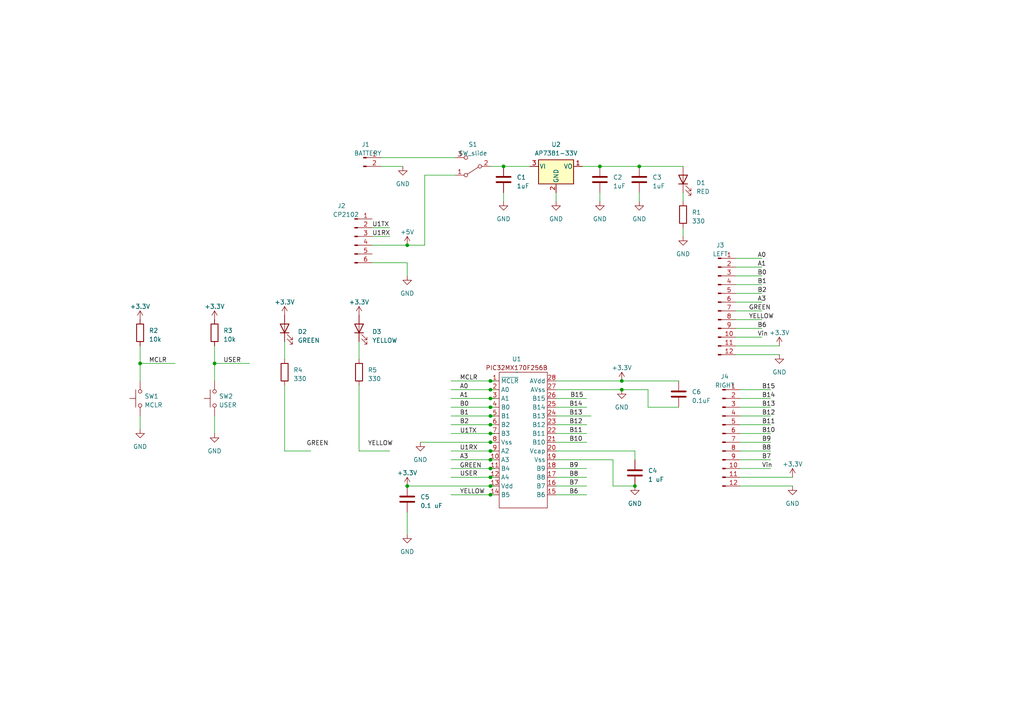
<source format=kicad_sch>
(kicad_sch (version 20230121) (generator eeschema)
  (paper "A4")
  (lib_symbols
    (symbol "Connector:Conn_01x02_Pin" (pin_names (offset 1.016) hide)
      (property "Reference" "J" (at 0 2.54 0))
      (property "Value" "Conn_01x02_Pin" (at 0 -5.08 0))
      (symbol "Conn_01x02_Pin_1_1"
        (polyline (pts (xy 1.27 -2.54) (xy 0.8636 -2.54)) (stroke (width 0.1524)))
        (polyline (pts (xy 1.27 0) (xy 0.8636 0)) (stroke (width 0.1524)))
        (rectangle (start 0.8636 -2.413) (end 0 -2.667) (stroke (width 0.1524)) (fill (type outline)))
        (rectangle (start 0.8636 0.127) (end 0 -0.127) (stroke (width 0.1524)) (fill (type outline)))
        (pin passive line (at 5.08 0 180) (length 3.81) (name "Pin_1") (number "1"))
        (pin passive line (at 5.08 -2.54 180) (length 3.81) (name "Pin_2") (number "2"))
      )
    )
    (symbol "Connector:Conn_01x06_Pin" (pin_names (offset 1.016) hide)
      (property "Reference" "J" (at 0 7.62 0))
      (property "Value" "Conn_01x06_Pin" (at 0 -10.16 0))
      (symbol "Conn_01x06_Pin_1_1"
        (polyline (pts (xy 1.27 -7.62) (xy 0.8636 -7.62)) (stroke (width 0.1524)))
        (polyline (pts (xy 1.27 -5.08) (xy 0.8636 -5.08)) (stroke (width 0.1524)))
        (polyline (pts (xy 1.27 -2.54) (xy 0.8636 -2.54)) (stroke (width 0.1524)))
        (polyline (pts (xy 1.27 0) (xy 0.8636 0)) (stroke (width 0.1524)))
        (polyline (pts (xy 1.27 2.54) (xy 0.8636 2.54)) (stroke (width 0.1524)))
        (polyline (pts (xy 1.27 5.08) (xy 0.8636 5.08)) (stroke (width 0.1524)))
        (rectangle (start 0.8636 -7.493) (end 0 -7.747) (stroke (width 0.1524)) (fill (type outline)))
        (rectangle (start 0.8636 -4.953) (end 0 -5.207) (stroke (width 0.1524)) (fill (type outline)))
        (rectangle (start 0.8636 -2.413) (end 0 -2.667) (stroke (width 0.1524)) (fill (type outline)))
        (rectangle (start 0.8636 0.127) (end 0 -0.127) (stroke (width 0.1524)) (fill (type outline)))
        (rectangle (start 0.8636 2.667) (end 0 2.413) (stroke (width 0.1524)) (fill (type outline)))
        (rectangle (start 0.8636 5.207) (end 0 4.953) (stroke (width 0.1524)) (fill (type outline)))
        (pin passive line (at 5.08 5.08 180) (length 3.81) (name "Pin_1") (number "1"))
        (pin passive line (at 5.08 2.54 180) (length 3.81) (name "Pin_2") (number "2"))
        (pin passive line (at 5.08 0 180) (length 3.81) (name "Pin_3") (number "3"))
        (pin passive line (at 5.08 -2.54 180) (length 3.81) (name "Pin_4") (number "4"))
        (pin passive line (at 5.08 -5.08 180) (length 3.81) (name "Pin_5") (number "5"))
        (pin passive line (at 5.08 -7.62 180) (length 3.81) (name "Pin_6") (number "6"))
      )
    )
    (symbol "Connector:Conn_01x12_Pin" (pin_names (offset 1.016) hide)
      (property "Reference" "J" (at 0 15.24 0))
      (property "Value" "Conn_01x12_Pin" (at 0 -17.78 0))
      (symbol "Conn_01x12_Pin_1_1"
        (polyline (pts (xy 1.27 -15.24) (xy 0.8636 -15.24)) (stroke (width 0.1524)))
        (polyline (pts (xy 1.27 -12.7) (xy 0.8636 -12.7)) (stroke (width 0.1524)))
        (polyline (pts (xy 1.27 -10.16) (xy 0.8636 -10.16)) (stroke (width 0.1524)))
        (polyline (pts (xy 1.27 -7.62) (xy 0.8636 -7.62)) (stroke (width 0.1524)))
        (polyline (pts (xy 1.27 -5.08) (xy 0.8636 -5.08)) (stroke (width 0.1524)))
        (polyline (pts (xy 1.27 -2.54) (xy 0.8636 -2.54)) (stroke (width 0.1524)))
        (polyline (pts (xy 1.27 0) (xy 0.8636 0)) (stroke (width 0.1524)))
        (polyline (pts (xy 1.27 2.54) (xy 0.8636 2.54)) (stroke (width 0.1524)))
        (polyline (pts (xy 1.27 5.08) (xy 0.8636 5.08)) (stroke (width 0.1524)))
        (polyline (pts (xy 1.27 7.62) (xy 0.8636 7.62)) (stroke (width 0.1524)))
        (polyline (pts (xy 1.27 10.16) (xy 0.8636 10.16)) (stroke (width 0.1524)))
        (polyline (pts (xy 1.27 12.7) (xy 0.8636 12.7)) (stroke (width 0.1524)))
        (rectangle (start 0.8636 -15.113) (end 0 -15.367) (stroke (width 0.1524)) (fill (type outline)))
        (rectangle (start 0.8636 -12.573) (end 0 -12.827) (stroke (width 0.1524)) (fill (type outline)))
        (rectangle (start 0.8636 -10.033) (end 0 -10.287) (stroke (width 0.1524)) (fill (type outline)))
        (rectangle (start 0.8636 -7.493) (end 0 -7.747) (stroke (width 0.1524)) (fill (type outline)))
        (rectangle (start 0.8636 -4.953) (end 0 -5.207) (stroke (width 0.1524)) (fill (type outline)))
        (rectangle (start 0.8636 -2.413) (end 0 -2.667) (stroke (width 0.1524)) (fill (type outline)))
        (rectangle (start 0.8636 0.127) (end 0 -0.127) (stroke (width 0.1524)) (fill (type outline)))
        (rectangle (start 0.8636 2.667) (end 0 2.413) (stroke (width 0.1524)) (fill (type outline)))
        (rectangle (start 0.8636 5.207) (end 0 4.953) (stroke (width 0.1524)) (fill (type outline)))
        (rectangle (start 0.8636 7.747) (end 0 7.493) (stroke (width 0.1524)) (fill (type outline)))
        (rectangle (start 0.8636 10.287) (end 0 10.033) (stroke (width 0.1524)) (fill (type outline)))
        (rectangle (start 0.8636 12.827) (end 0 12.573) (stroke (width 0.1524)) (fill (type outline)))
        (pin passive line (at 5.08 12.7 180) (length 3.81) (name "Pin_1") (number "1"))
        (pin passive line (at 5.08 -10.16 180) (length 3.81) (name "Pin_10") (number "10"))
        (pin passive line (at 5.08 -12.7 180) (length 3.81) (name "Pin_11") (number "11"))
        (pin passive line (at 5.08 -15.24 180) (length 3.81) (name "Pin_12") (number "12"))
        (pin passive line (at 5.08 10.16 180) (length 3.81) (name "Pin_2") (number "2"))
        (pin passive line (at 5.08 7.62 180) (length 3.81) (name "Pin_3") (number "3"))
        (pin passive line (at 5.08 5.08 180) (length 3.81) (name "Pin_4") (number "4"))
        (pin passive line (at 5.08 2.54 180) (length 3.81) (name "Pin_5") (number "5"))
        (pin passive line (at 5.08 0 180) (length 3.81) (name "Pin_6") (number "6"))
        (pin passive line (at 5.08 -2.54 180) (length 3.81) (name "Pin_7") (number "7"))
        (pin passive line (at 5.08 -5.08 180) (length 3.81) (name "Pin_8") (number "8"))
        (pin passive line (at 5.08 -7.62 180) (length 3.81) (name "Pin_9") (number "9"))
      )
    )
    (symbol "HW4:+3.3V" (power) (pin_names (offset 0))
      (property "Value" "+3.3V" (at 0 3.556 0))
      (symbol "+3.3V_0_1"
        (polyline (pts (xy -0.762 1.27) (xy 0 2.54)))
        (polyline (pts (xy 0 0) (xy 0 2.54)))
        (polyline (pts (xy 0 2.54) (xy 0.762 1.27)))
      )
      (symbol "+3.3V_1_1"
        (pin power_in line (at 0 0 90) (length 0) hide (name "+3.3V") (number "1"))
      )
    )
    (symbol "HW4:AP7384-33V" (pin_names (offset 0.254))
      (property "Reference" "U" (at -3.81 3.175 0))
      (property "Value" "AP7384-33V" (at 0 3.175 0))
      (symbol "AP7384-33V_0_1"
        (rectangle (start -5.08 1.905) (end 5.08 -5.08) (stroke (width 0.254)) (fill (type background)))
      )
      (symbol "AP7384-33V_1_1"
        (pin power_out line (at 7.62 0 180) (length 2.54) (name "VO") (number "1"))
        (pin power_in line (at 0 -7.62 90) (length 2.54) (name "GND") (number "2"))
        (pin power_in line (at -7.62 0 0) (length 2.54) (name "VI") (number "3"))
      )
    )
    (symbol "HW4:C" (pin_numbers hide) (pin_names (offset 0.254))
      (property "Reference" "C" (at 0.635 2.54 0))
      (property "Value" "C" (at 0.635 -2.54 0))
      (symbol "C_0_1"
        (polyline (pts (xy -2.032 -0.762) (xy 2.032 -0.762)) (stroke (width 0.508)))
        (polyline (pts (xy -2.032 0.762) (xy 2.032 0.762)) (stroke (width 0.508)))
      )
      (symbol "C_1_1"
        (pin passive line (at 0 3.81 270) (length 2.794) (name "~") (number "1"))
        (pin passive line (at 0 -3.81 90) (length 2.794) (name "~") (number "2"))
      )
    )
    (symbol "HW4:GND" (power) (pin_names (offset 0))
      (property "Value" "GND" (at 0 -3.81 0))
      (symbol "GND_0_1"
        (polyline (pts (xy 0 0) (xy 0 -1.27) (xy 1.27 -1.27) (xy 0 -2.54) (xy -1.27 -1.27) (xy 0 -1.27)))
      )
      (symbol "GND_1_1"
        (pin power_in line (at 0 0 270) (length 0) hide (name "GND") (number "1"))
      )
    )
    (symbol "HW4:LED" (pin_numbers hide) (pin_names (offset 1.016) hide)
      (property "Reference" "D" (at 0 2.54 0))
      (property "Value" "LED" (at 0 -2.54 0))
      (symbol "LED_0_1"
        (polyline (pts (xy -1.27 -1.27) (xy -1.27 1.27)) (stroke (width 0.254)))
        (polyline (pts (xy -1.27 0) (xy 1.27 0)))
        (polyline (pts (xy 1.27 -1.27) (xy 1.27 1.27) (xy -1.27 0) (xy 1.27 -1.27)) (stroke (width 0.254)))
        (polyline (pts (xy -3.048 -0.762) (xy -4.572 -2.286) (xy -3.81 -2.286) (xy -4.572 -2.286) (xy -4.572 -1.524)))
        (polyline (pts (xy -1.778 -0.762) (xy -3.302 -2.286) (xy -2.54 -2.286) (xy -3.302 -2.286) (xy -3.302 -1.524)))
      )
      (symbol "LED_1_1"
        (pin passive line (at -3.81 0 0) (length 2.54) (name "K") (number "1"))
        (pin passive line (at 3.81 0 180) (length 2.54) (name "A") (number "2"))
      )
    )
    (symbol "HW4:PIC32"
      (property "Reference" "U1" (at 0 3.81 0))
      (symbol "PIC32_1_1"
        (rectangle (start -5.08 0) (end 8.89 -39.37))
        (text "PIC32MX170F256B\n" (at 0 1.27 0) (effects (font (size 1.27 1.27))))
        (pin input line (at -7.62 -2.54 0) (length 2.54) (name "~{MCLR}") (number "1"))
        (pin input line (at -7.62 -25.4 0) (length 2.54) (name "A3") (number "10"))
        (pin input line (at -7.62 -27.94 0) (length 2.54) (name "B4") (number "11"))
        (pin input line (at -7.62 -30.48 0) (length 2.54) (name "A4") (number "12"))
        (pin input line (at -7.62 -33.02 0) (length 2.54) (name "Vdd") (number "13"))
        (pin input line (at -7.62 -35.56 0) (length 2.54) (name "B5") (number "14"))
        (pin input line (at 11.43 -35.56 180) (length 2.54) (name "B6") (number "15"))
        (pin input line (at 11.43 -33.02 180) (length 2.54) (name "B7") (number "16"))
        (pin input line (at 11.43 -30.48 180) (length 2.54) (name "B8") (number "17"))
        (pin input line (at 11.43 -27.94 180) (length 2.54) (name "B9") (number "18"))
        (pin input line (at 11.43 -25.4 180) (length 2.54) (name "Vss") (number "19"))
        (pin input line (at -7.62 -5.08 0) (length 2.54) (name "A0") (number "2"))
        (pin input line (at 11.43 -22.86 180) (length 2.54) (name "Vcap") (number "20"))
        (pin input line (at 11.43 -20.32 180) (length 2.54) (name "B10") (number "21"))
        (pin input line (at 11.43 -17.78 180) (length 2.54) (name "B11") (number "22"))
        (pin input line (at 11.43 -15.24 180) (length 2.54) (name "B12") (number "23"))
        (pin input line (at 11.43 -12.7 180) (length 2.54) (name "B13") (number "24"))
        (pin input line (at 11.43 -10.16 180) (length 2.54) (name "B14") (number "25"))
        (pin input line (at 11.43 -7.62 180) (length 2.54) (name "B15") (number "26"))
        (pin input line (at 11.43 -5.08 180) (length 2.54) (name "AVss") (number "27"))
        (pin input line (at 11.43 -2.54 180) (length 2.54) (name "AVdd") (number "28"))
        (pin input line (at -7.62 -7.62 0) (length 2.54) (name "A1") (number "3"))
        (pin input line (at -7.62 -10.16 0) (length 2.54) (name "B0") (number "4"))
        (pin input line (at -7.62 -12.7 0) (length 2.54) (name "B1") (number "5"))
        (pin input line (at -7.62 -15.24 0) (length 2.54) (name "B2") (number "6"))
        (pin input line (at -7.62 -17.78 0) (length 2.54) (name "B3") (number "7"))
        (pin input line (at -7.62 -20.32 0) (length 2.54) (name "Vss") (number "8"))
        (pin input line (at -7.62 -22.86 0) (length 2.54) (name "A2") (number "9"))
      )
    )
    (symbol "HW4:R" (pin_numbers hide) (pin_names (offset 0))
      (property "Reference" "R" (at 2.032 0 90))
      (property "Value" "R" (at 0 0 90))
      (symbol "R_0_1"
        (rectangle (start -1.016 -2.54) (end 1.016 2.54) (stroke (width 0.254)))
      )
      (symbol "R_1_1"
        (pin passive line (at 0 3.81 270) (length 1.27) (name "~") (number "1"))
        (pin passive line (at 0 -3.81 90) (length 1.27) (name "~") (number "2"))
      )
    )
    (symbol "Switch:SW_Push" (pin_numbers hide) (pin_names (offset 1.016) hide)
      (property "Reference" "SW" (at 1.27 2.54 0))
      (property "Value" "SW_Push" (at 0 -1.524 0))
      (symbol "SW_Push_0_1"
        (circle (center -2.032 0) (radius 0.508))
        (polyline (pts (xy 0 1.27) (xy 0 3.048)))
        (polyline (pts (xy 2.54 1.27) (xy -2.54 1.27)))
        (circle (center 2.032 0) (radius 0.508))
        (pin passive line (at -5.08 0 0) (length 2.54) (name "1") (number "1"))
        (pin passive line (at 5.08 0 180) (length 2.54) (name "2") (number "2"))
      )
    )
    (symbol "Switch:SW_SPDT" (pin_names (offset 0) hide)
      (property "Reference" "SW" (at 0 4.318 0))
      (property "Value" "SW_SPDT" (at 0 -5.08 0))
      (symbol "SW_SPDT_0_0"
        (circle (center -2.032 0) (radius 0.508))
        (circle (center 2.032 -2.54) (radius 0.508))
      )
      (symbol "SW_SPDT_0_1"
        (polyline (pts (xy -1.524 0.254) (xy 1.651 2.286)))
        (circle (center 2.032 2.54) (radius 0.508))
      )
      (symbol "SW_SPDT_1_1"
        (pin passive line (at 5.08 2.54 180) (length 2.54) (name "A") (number "1"))
        (pin passive line (at -5.08 0 0) (length 2.54) (name "B") (number "2"))
        (pin passive line (at 5.08 -2.54 180) (length 2.54) (name "C") (number "3"))
      )
    )
    (symbol "power:+5V" (power) (pin_names (offset 0))
      (property "Value" "+5V" (at 0 3.556 0))
      (symbol "+5V_0_1"
        (polyline (pts (xy -0.762 1.27) (xy 0 2.54)))
        (polyline (pts (xy 0 0) (xy 0 2.54)))
        (polyline (pts (xy 0 2.54) (xy 0.762 1.27)))
      )
      (symbol "+5V_1_1"
        (pin power_in line (at 0 0 90) (length 0) hide (name "+5V") (number "1"))
      )
    )
  )
  (junction (at 142.24 123.19))
  (junction (at 142.24 135.89))
  (junction (at 173.99 48.26))
  (junction (at 118.11 140.97))
  (junction (at 118.11 71.12))
  (junction (at 142.24 138.43))
  (junction (at 142.24 113.03))
  (junction (at 184.15 140.97))
  (junction (at 185.42 48.26))
  (junction (at 40.64 105.41))
  (junction (at 180.34 113.03))
  (junction (at 142.24 115.57))
  (junction (at 142.24 130.81))
  (junction (at 142.24 118.11))
  (junction (at 142.24 125.73))
  (junction (at 142.24 128.27))
  (junction (at 142.24 120.65))
  (junction (at 142.24 133.35))
  (junction (at 62.23 105.41))
  (junction (at 142.24 140.97))
  (junction (at 146.05 48.26))
  (junction (at 142.24 143.51))
  (junction (at 180.34 110.49))
  (junction (at 142.24 110.49))
  (wire (pts (xy 118.11 71.12) (xy 123.19 71.12)))
  (wire (pts (xy 161.29 113.03) (xy 180.34 113.03)))
  (wire (pts (xy 130.81 130.81) (xy 142.24 130.81)))
  (wire (pts (xy 130.81 135.89) (xy 142.24 135.89)))
  (wire (pts (xy 213.36 102.87) (xy 226.06 102.87)))
  (wire (pts (xy 161.29 140.97) (xy 170.18 140.97)))
  (wire (pts (xy 161.29 133.35) (xy 177.8 133.35)))
  (wire (pts (xy 161.29 115.57) (xy 170.18 115.57)))
  (wire (pts (xy 177.8 140.97) (xy 184.15 140.97)))
  (wire (pts (xy 62.23 105.41) (xy 72.39 105.41)))
  (wire (pts (xy 142.24 115.57) (xy 143.51 115.57)))
  (wire (pts (xy 173.99 55.88) (xy 173.99 58.42)))
  (wire (pts (xy 214.63 125.73) (xy 223.52 125.73)))
  (wire (pts (xy 132.08 50.8) (xy 123.19 50.8)))
  (wire (pts (xy 142.24 113.03) (xy 143.51 113.03)))
  (wire (pts (xy 116.84 48.26) (xy 110.49 48.26)))
  (wire (pts (xy 82.55 111.76) (xy 82.55 130.81)))
  (wire (pts (xy 161.29 120.65) (xy 171.45 120.65)))
  (wire (pts (xy 213.36 97.79) (xy 220.98 97.79)))
  (wire (pts (xy 123.19 50.8) (xy 123.19 71.12)))
  (wire (pts (xy 130.81 143.51) (xy 142.24 143.51)))
  (wire (pts (xy 118.11 140.97) (xy 142.24 140.97)))
  (wire (pts (xy 62.23 120.65) (xy 62.23 125.73)))
  (wire (pts (xy 214.63 130.81) (xy 223.52 130.81)))
  (wire (pts (xy 130.81 133.35) (xy 142.24 133.35)))
  (wire (pts (xy 173.99 48.26) (xy 185.42 48.26)))
  (wire (pts (xy 161.29 125.73) (xy 170.18 125.73)))
  (wire (pts (xy 214.63 128.27) (xy 223.52 128.27)))
  (wire (pts (xy 130.81 110.49) (xy 142.24 110.49)))
  (wire (pts (xy 142.24 138.43) (xy 143.51 138.43)))
  (wire (pts (xy 40.64 100.33) (xy 40.64 105.41)))
  (wire (pts (xy 213.36 90.17) (xy 220.98 90.17)))
  (wire (pts (xy 142.24 125.73) (xy 143.51 125.73)))
  (wire (pts (xy 214.63 140.97) (xy 229.87 140.97)))
  (wire (pts (xy 142.24 143.51) (xy 143.51 143.51)))
  (wire (pts (xy 214.63 133.35) (xy 223.52 133.35)))
  (wire (pts (xy 107.95 68.58) (xy 113.03 68.58)))
  (wire (pts (xy 107.95 76.2) (xy 118.11 76.2)))
  (wire (pts (xy 180.34 113.03) (xy 187.96 113.03)))
  (wire (pts (xy 142.24 140.97) (xy 143.51 140.97)))
  (wire (pts (xy 213.36 100.33) (xy 226.06 100.33)))
  (wire (pts (xy 146.05 55.88) (xy 146.05 58.42)))
  (wire (pts (xy 130.81 138.43) (xy 142.24 138.43)))
  (wire (pts (xy 40.64 105.41) (xy 40.64 110.49)))
  (wire (pts (xy 187.96 118.11) (xy 196.85 118.11)))
  (wire (pts (xy 82.55 99.06) (xy 82.55 104.14)))
  (wire (pts (xy 161.29 138.43) (xy 170.18 138.43)))
  (wire (pts (xy 185.42 55.88) (xy 185.42 58.42)))
  (wire (pts (xy 110.49 45.72) (xy 132.08 45.72)))
  (wire (pts (xy 214.63 118.11) (xy 223.52 118.11)))
  (wire (pts (xy 214.63 120.65) (xy 223.52 120.65)))
  (wire (pts (xy 118.11 148.59) (xy 118.11 154.94)))
  (wire (pts (xy 62.23 100.33) (xy 62.23 105.41)))
  (wire (pts (xy 161.29 118.11) (xy 170.18 118.11)))
  (wire (pts (xy 161.29 130.81) (xy 184.15 130.81)))
  (wire (pts (xy 213.36 82.55) (xy 220.98 82.55)))
  (wire (pts (xy 104.14 111.76) (xy 104.14 130.81)))
  (wire (pts (xy 184.15 130.81) (xy 184.15 133.35)))
  (wire (pts (xy 142.24 123.19) (xy 143.51 123.19)))
  (wire (pts (xy 213.36 95.25) (xy 220.98 95.25)))
  (wire (pts (xy 107.95 66.04) (xy 113.03 66.04)))
  (wire (pts (xy 130.81 123.19) (xy 142.24 123.19)))
  (wire (pts (xy 107.95 71.12) (xy 118.11 71.12)))
  (wire (pts (xy 142.24 118.11) (xy 143.51 118.11)))
  (wire (pts (xy 213.36 74.93) (xy 220.98 74.93)))
  (wire (pts (xy 142.24 130.81) (xy 143.51 130.81)))
  (wire (pts (xy 104.14 99.06) (xy 104.14 104.14)))
  (wire (pts (xy 214.63 135.89) (xy 223.52 135.89)))
  (wire (pts (xy 161.29 143.51) (xy 170.18 143.51)))
  (wire (pts (xy 213.36 87.63) (xy 220.98 87.63)))
  (wire (pts (xy 104.14 130.81) (xy 113.03 130.81)))
  (wire (pts (xy 62.23 105.41) (xy 62.23 110.49)))
  (wire (pts (xy 130.81 115.57) (xy 142.24 115.57)))
  (wire (pts (xy 214.63 138.43) (xy 229.87 138.43)))
  (wire (pts (xy 177.8 133.35) (xy 177.8 140.97)))
  (wire (pts (xy 82.55 130.81) (xy 90.17 130.81)))
  (wire (pts (xy 161.29 110.49) (xy 180.34 110.49)))
  (wire (pts (xy 214.63 123.19) (xy 223.52 123.19)))
  (wire (pts (xy 214.63 115.57) (xy 223.52 115.57)))
  (wire (pts (xy 40.64 105.41) (xy 50.8 105.41)))
  (wire (pts (xy 161.29 123.19) (xy 170.18 123.19)))
  (wire (pts (xy 180.34 110.49) (xy 196.85 110.49)))
  (wire (pts (xy 185.42 48.26) (xy 198.12 48.26)))
  (wire (pts (xy 146.05 48.26) (xy 153.67 48.26)))
  (wire (pts (xy 121.92 128.27) (xy 142.24 128.27)))
  (wire (pts (xy 161.29 128.27) (xy 170.18 128.27)))
  (wire (pts (xy 198.12 55.88) (xy 198.12 58.42)))
  (wire (pts (xy 142.24 48.26) (xy 146.05 48.26)))
  (wire (pts (xy 130.81 113.03) (xy 142.24 113.03)))
  (wire (pts (xy 130.81 120.65) (xy 142.24 120.65)))
  (wire (pts (xy 198.12 66.04) (xy 198.12 68.58)))
  (wire (pts (xy 213.36 85.09) (xy 220.98 85.09)))
  (wire (pts (xy 142.24 120.65) (xy 143.51 120.65)))
  (wire (pts (xy 130.81 125.73) (xy 142.24 125.73)))
  (wire (pts (xy 213.36 92.71) (xy 220.98 92.71)))
  (wire (pts (xy 142.24 110.49) (xy 143.51 110.49)))
  (wire (pts (xy 142.24 133.35) (xy 143.51 133.35)))
  (wire (pts (xy 130.81 118.11) (xy 142.24 118.11)))
  (wire (pts (xy 142.24 135.89) (xy 143.51 135.89)))
  (wire (pts (xy 213.36 80.01) (xy 220.98 80.01)))
  (wire (pts (xy 142.24 128.27) (xy 143.51 128.27)))
  (wire (pts (xy 161.29 55.88) (xy 161.29 58.42)))
  (wire (pts (xy 40.64 120.65) (xy 40.64 124.46)))
  (wire (pts (xy 161.29 135.89) (xy 170.18 135.89)))
  (wire (pts (xy 187.96 113.03) (xy 187.96 118.11)))
  (wire (pts (xy 214.63 113.03) (xy 223.52 113.03)))
  (wire (pts (xy 118.11 76.2) (xy 118.11 80.01)))
  (wire (pts (xy 168.91 48.26) (xy 173.99 48.26)))
  (wire (pts (xy 213.36 77.47) (xy 220.98 77.47)))
  (label "Vin" (at 219.71 97.79 0))
  (label "A3" (at 133.35 133.35 0))
  (label "MCLR" (at 43.18 105.41 0))
  (label "YELLOW" (at 133.35 143.51 0))
  (label "B15" (at 165.3896 115.5282 0))
  (label "B6" (at 219.71 95.25 0))
  (label "B0" (at 219.71 80.01 0))
  (label "B1" (at 133.35 120.65 0))
  (label "B15" (at 220.98 113.03 0))
  (label "A1" (at 219.71 77.47 0))
  (label "U1RX" (at 107.95 68.58 0))
  (label "B6" (at 165.1 143.51 0))
  (label "USER" (at 133.3744 138.3612 0))
  (label "MCLR" (at 133.35 110.49 0))
  (label "USER" (at 64.77 105.41 0))
  (label "U1TX" (at 107.95 66.04 0))
  (label "A3" (at 219.71 87.63 0))
  (label "B11" (at 220.98 123.19 0))
  (label "B14" (at 220.98 115.57 0))
  (label "B2" (at 219.71 85.09 0))
  (label "B0" (at 133.35 118.11 0))
  (label "Vin" (at 220.98 135.89 0))
  (label "B2" (at 133.35 123.19 0))
  (label "B14" (at 165.1 118.11 0))
  (label "GREEN" (at 217.17 90.17 0))
  (label "B10" (at 165.1 128.27 0))
  (label "B7" (at 165.1 140.97 0))
  (label "A0" (at 133.35 113.03 0))
  (label "B9" (at 220.98 128.27 0))
  (label "B8" (at 165.1 138.43 0))
  (label "B9" (at 165.1 135.89 0))
  (label "U1RX" (at 133.35 130.81 0))
  (label "GREEN" (at 133.312 135.9888 0))
  (label "B8" (at 220.98 130.81 0))
  (label "B13" (at 220.98 118.11 0))
  (label "B10" (at 220.98 125.73 0))
  (label "B13" (at 165.1 120.65 0))
  (label "A1" (at 133.35 115.57 0))
  (label "GREEN" (at 88.9 129.54 0))
  (label "B11" (at 165.1 125.73 0))
  (label "B1" (at 219.71 82.55 0))
  (label "B7" (at 220.98 133.35 0))
  (label "U1TX" (at 133.3742 125.8937 0))
  (label "YELLOW" (at 217.17 92.71 0))
  (label "A0" (at 219.71 74.93 0))
  (label "B12" (at 220.98 120.65 0))
  (label "B12" (at 165.1 123.19 0))
  (label "YELLOW" (at 106.68 129.54 0))
  (symbol (lib_id "HW4:+3.3V") (at 62.23 92.71 0) (unit 1)
    (property "Reference" "#PWR015" (effects hide))
    (property "Value" "+3.3V" (at 62.23 88.9 0))
  )
  (symbol (lib_id "HW4:GND") (at 40.64 124.46 0) (unit 1)
    (property "Reference" "#PWR016" (effects hide))
    (property "Value" "GND" (at 40.64 129.54 0))
  )
  (symbol (lib_id "HW4:GND") (at 185.42 58.42 0) (unit 1)
    (property "Reference" "#PWR09" (effects hide))
    (property "Value" "GND" (at 185.42 63.5 0))
  )
  (symbol (lib_id "HW4:C") (at 146.05 52.07 0) (unit 1)
    (property "Reference" "C1" (at 149.86 51.435 0) (effects (justify left)))
    (property "Value" "1uF" (at 149.86 53.975 0) (effects (justify left)))
    (property "Footprint" "Capacitor_THT:C_Disc_D5.1mm_W3.2mm_P5.00mm" (effects hide))
  )
  (symbol (lib_id "HW4:GND") (at 116.84 48.26 0) (unit 1)
    (property "Reference" "#PWR020" (effects hide))
    (property "Value" "GND" (at 116.84 53.34 0))
  )
  (symbol (lib_id "Switch:SW_Push") (at 40.64 115.57 90) (unit 1)
    (property "Reference" "SW1" (at 41.91 114.935 90) (effects (justify right)))
    (property "Value" "MCLR" (at 41.91 117.475 90) (effects (justify right)))
    (property "Footprint" "PICBOARD:pushb" (effects hide))
  )
  (symbol (lib_id "HW4:C") (at 173.99 52.07 0) (unit 1)
    (property "Reference" "C2" (at 177.8 51.435 0) (effects (justify left)))
    (property "Value" "1uF" (at 177.8 53.975 0) (effects (justify left)))
    (property "Footprint" "Capacitor_THT:C_Disc_D5.1mm_W3.2mm_P5.00mm" (effects hide))
  )
  (symbol (lib_id "HW4:LED") (at 104.14 95.25 90) (unit 1)
    (property "Reference" "D3" (at 107.95 96.2025 90) (effects (justify right)))
    (property "Value" "YELLOW" (at 107.95 98.7425 90) (effects (justify right)))
    (property "Footprint" "LED_THT:LED_D3.0mm" (effects hide))
  )
  (symbol (lib_id "HW4:R") (at 198.12 62.23 0) (unit 1)
    (property "Reference" "R1" (at 200.66 61.595 0) (effects (justify left)))
    (property "Value" "330" (at 200.66 64.135 0) (effects (justify left)))
    (property "Footprint" "Resistor_THT:R_Axial_DIN0207_L6.3mm_D2.5mm_P7.62mm_Horizontal" (effects hide))
  )
  (symbol (lib_id "Connector:Conn_01x12_Pin") (at 209.55 125.73 0) (unit 1)
    (property "Reference" "J4" (at 210.185 109.22 0))
    (property "Value" "RIGHT" (at 210.185 111.76 0))
    (property "Footprint" "Connector_PinSocket_2.54mm:PinSocket_1x12_P2.54mm_Vertical" (effects hide))
  )
  (symbol (lib_id "HW4:C") (at 185.42 52.07 0) (unit 1)
    (property "Reference" "C3" (at 189.23 51.435 0) (effects (justify left)))
    (property "Value" "1uF" (at 189.23 53.975 0) (effects (justify left)))
    (property "Footprint" "Capacitor_THT:C_Disc_D5.1mm_W3.2mm_P5.00mm" (effects hide))
  )
  (symbol (lib_id "HW4:GND") (at 121.92 128.27 0) (unit 1)
    (property "Reference" "#PWR04" (effects hide))
    (property "Value" "GND" (at 121.92 133.35 0))
  )
  (symbol (lib_id "HW4:GND") (at 180.34 113.03 0) (unit 1)
    (property "Reference" "#PWR02" (effects hide))
    (property "Value" "GND" (at 180.34 118.11 0))
  )
  (symbol (lib_id "power:+5V") (at 118.11 71.12 0) (unit 1)
    (property "Reference" "#PWR018" (effects hide))
    (property "Value" "+5V" (at 118.11 67.31 0))
  )
  (symbol (lib_id "HW4:C") (at 184.15 137.16 0) (unit 1)
    (property "Reference" "C4" (at 187.96 136.525 0) (effects (justify left)))
    (property "Value" "1 uF" (at 187.96 139.065 0) (effects (justify left)))
    (property "Footprint" "Capacitor_THT:C_Disc_D5.1mm_W3.2mm_P5.00mm" (effects hide))
  )
  (symbol (lib_id "Connector:Conn_01x02_Pin") (at 105.41 45.72 0) (unit 1)
    (property "Reference" "J1" (at 106.045 41.91 0))
    (property "Value" "BATTERY" (at 106.68 44.45 0))
    (property "Footprint" "Connector_PinSocket_2.54mm:PinSocket_1x02_P2.54mm_Vertical" (effects hide))
  )
  (symbol (lib_id "HW4:+3.3V") (at 40.64 92.71 0) (unit 1)
    (property "Reference" "#PWR014" (effects hide))
    (property "Value" "+3.3V" (at 40.64 88.9 0))
  )
  (symbol (lib_id "HW4:GND") (at 62.23 125.73 0) (unit 1)
    (property "Reference" "#PWR017" (effects hide))
    (property "Value" "GND" (at 62.23 130.81 0))
  )
  (symbol (lib_id "HW4:+3.3V") (at 180.34 110.49 0) (unit 1)
    (property "Reference" "#PWR01" (effects hide))
    (property "Value" "+3.3V" (at 180.34 106.68 0))
  )
  (symbol (lib_id "HW4:+3.3V") (at 229.87 138.43 0) (unit 1)
    (property "Reference" "#PWR023" (effects hide))
    (property "Value" "+3.3V" (at 229.87 134.62 0))
  )
  (symbol (lib_id "Connector:Conn_01x06_Pin") (at 102.87 68.58 0) (unit 1)
    (property "Reference" "J2" (at 99.06 59.69 0))
    (property "Value" "CP2102" (at 100.33 62.23 0))
    (property "Footprint" "Connector_PinSocket_2.54mm:PinSocket_1x06_P2.54mm_Vertical" (effects hide))
  )
  (symbol (lib_id "HW4:GND") (at 146.05 58.42 0) (unit 1)
    (property "Reference" "#PWR011" (effects hide))
    (property "Value" "GND" (at 146.05 63.5 0))
  )
  (symbol (lib_id "HW4:+3.3V") (at 82.55 91.44 0) (unit 1)
    (property "Reference" "#PWR012" (effects hide))
    (property "Value" "+3.3V" (at 82.55 87.63 0))
  )
  (symbol (lib_id "Switch:SW_SPDT") (at 137.16 48.26 180) (unit 1)
    (property "Reference" "S1" (at 137.16 41.91 0))
    (property "Value" "SW_slide" (at 137.16 44.45 0))
    (property "Footprint" "PICBOARD:slide" (effects hide))
  )
  (symbol (lib_id "HW4:+3.3V") (at 226.06 100.33 0) (unit 1)
    (property "Reference" "#PWR022" (effects hide))
    (property "Value" "+3.3V" (at 226.06 96.52 0))
  )
  (symbol (lib_id "HW4:GND") (at 118.11 80.01 0) (unit 1)
    (property "Reference" "#PWR019" (effects hide))
    (property "Value" "GND" (at 118.11 85.09 0))
  )
  (symbol (lib_id "HW4:GND") (at 229.87 140.97 0) (unit 1)
    (property "Reference" "#PWR024" (effects hide))
    (property "Value" "GND" (at 229.87 146.05 0))
  )
  (symbol (lib_id "HW4:GND") (at 161.29 58.42 0) (unit 1)
    (property "Reference" "#PWR07" (effects hide))
    (property "Value" "GND" (at 161.29 63.5 0))
  )
  (symbol (lib_id "HW4:LED") (at 82.55 95.25 90) (unit 1)
    (property "Reference" "D2" (at 86.36 96.2025 90) (effects (justify right)))
    (property "Value" "GREEN" (at 86.36 98.7425 90) (effects (justify right)))
    (property "Footprint" "LED_THT:LED_D3.0mm" (effects hide))
  )
  (symbol (lib_id "HW4:R") (at 82.55 107.95 0) (unit 1)
    (property "Reference" "R4" (at 85.09 107.315 0) (effects (justify left)))
    (property "Value" "330" (at 85.09 109.855 0) (effects (justify left)))
    (property "Footprint" "Resistor_THT:R_Axial_DIN0207_L6.3mm_D2.5mm_P7.62mm_Horizontal" (effects hide))
  )
  (symbol (lib_id "Connector:Conn_01x12_Pin") (at 208.28 87.63 0) (unit 1)
    (property "Reference" "J3" (at 208.915 71.12 0))
    (property "Value" "LEFT" (at 208.915 73.66 0))
    (property "Footprint" "Connector_PinSocket_2.54mm:PinSocket_1x12_P2.54mm_Vertical" (effects hide))
  )
  (symbol (lib_id "Switch:SW_Push") (at 62.23 115.57 90) (unit 1)
    (property "Reference" "SW2" (at 63.5 114.935 90) (effects (justify right)))
    (property "Value" "USER" (at 63.5 117.475 90) (effects (justify right)))
    (property "Footprint" "PICBOARD:pushb" (effects hide))
  )
  (symbol (lib_id "HW4:PIC32") (at 149.86 107.95 0) (unit 1)
    (property "Reference" "U1" (at 149.86 104.14 0))
    (property "Value" "~" (at 149.86 107.95 0))
    (property "Footprint" "Package_DIP:DIP-28_W7.62mm_Socket" (effects hide))
  )
  (symbol (lib_id "HW4:GND") (at 226.06 102.87 0) (unit 1)
    (property "Reference" "#PWR021" (effects hide))
    (property "Value" "GND" (at 226.06 107.95 0))
  )
  (symbol (lib_id "HW4:+3.3V") (at 118.11 140.97 0) (unit 1)
    (property "Reference" "#PWR05" (effects hide))
    (property "Value" "+3.3V" (at 118.11 137.16 0))
  )
  (symbol (lib_id "HW4:R") (at 40.64 96.52 0) (unit 1)
    (property "Reference" "R2" (at 43.18 95.885 0) (effects (justify left)))
    (property "Value" "10k" (at 43.18 98.425 0) (effects (justify left)))
    (property "Footprint" "Resistor_THT:R_Axial_DIN0207_L6.3mm_D2.5mm_P7.62mm_Horizontal" (effects hide))
  )
  (symbol (lib_id "HW4:C") (at 196.85 114.3 0) (unit 1)
    (property "Reference" "C6" (at 200.66 113.665 0) (effects (justify left)))
    (property "Value" "0.1uF" (at 200.66 116.205 0) (effects (justify left)))
    (property "Footprint" "Capacitor_THT:C_Disc_D3.4mm_W2.1mm_P2.50mm" (effects hide))
  )
  (symbol (lib_id "HW4:GND") (at 118.11 154.94 0) (unit 1)
    (property "Reference" "#PWR06" (effects hide))
    (property "Value" "GND" (at 118.11 160.02 0))
  )
  (symbol (lib_id "HW4:R") (at 62.23 96.52 0) (unit 1)
    (property "Reference" "R3" (at 64.77 95.885 0) (effects (justify left)))
    (property "Value" "10k" (at 64.77 98.425 0) (effects (justify left)))
    (property "Footprint" "Resistor_THT:R_Axial_DIN0207_L6.3mm_D2.5mm_P7.62mm_Horizontal" (effects hide))
  )
  (symbol (lib_id "HW4:+3.3V") (at 104.14 91.44 0) (unit 1)
    (property "Reference" "#PWR013" (effects hide))
    (property "Value" "+3.3V" (at 104.14 87.63 0))
  )
  (symbol (lib_id "HW4:GND") (at 173.99 58.42 0) (unit 1)
    (property "Reference" "#PWR08" (effects hide))
    (property "Value" "GND" (at 173.99 63.5 0))
  )
  (symbol (lib_id "HW4:AP7384-33V") (at 161.29 48.26 0) (unit 1)
    (property "Reference" "U2" (at 161.29 41.91 0))
    (property "Value" "AP7381-33V" (at 161.29 44.45 0))
    (property "Footprint" "Package_TO_SOT_THT:TO-92L_Inline" (effects hide))
  )
  (symbol (lib_id "HW4:R") (at 104.14 107.95 0) (unit 1)
    (property "Reference" "R5" (at 106.68 107.315 0) (effects (justify left)))
    (property "Value" "330" (at 106.68 109.855 0) (effects (justify left)))
    (property "Footprint" "Resistor_THT:R_Axial_DIN0207_L6.3mm_D2.5mm_P7.62mm_Horizontal" (effects hide))
  )
  (symbol (lib_id "HW4:GND") (at 198.12 68.58 0) (unit 1)
    (property "Reference" "#PWR010" (effects hide))
    (property "Value" "GND" (at 198.12 73.66 0))
  )
  (symbol (lib_id "HW4:C") (at 118.11 144.78 0) (unit 1)
    (property "Reference" "C5" (at 121.92 144.145 0) (effects (justify left)))
    (property "Value" "0.1 uF" (at 121.92 146.685 0) (effects (justify left)))
    (property "Footprint" "Capacitor_THT:C_Disc_D3.4mm_W2.1mm_P2.50mm" (effects hide))
  )
  (symbol (lib_id "HW4:LED") (at 198.12 52.07 90) (unit 1)
    (property "Reference" "D1" (at 201.93 53.0225 90) (effects (justify right)))
    (property "Value" "RED" (at 201.93 55.5625 90) (effects (justify right)))
    (property "Footprint" "LED_THT:LED_D3.0mm" (effects hide))
  )
  (symbol (lib_id "HW4:GND") (at 184.15 140.97 0) (unit 1)
    (property "Reference" "#PWR03" (effects hide))
    (property "Value" "GND" (at 184.15 146.05 0))
  )
)
</source>
